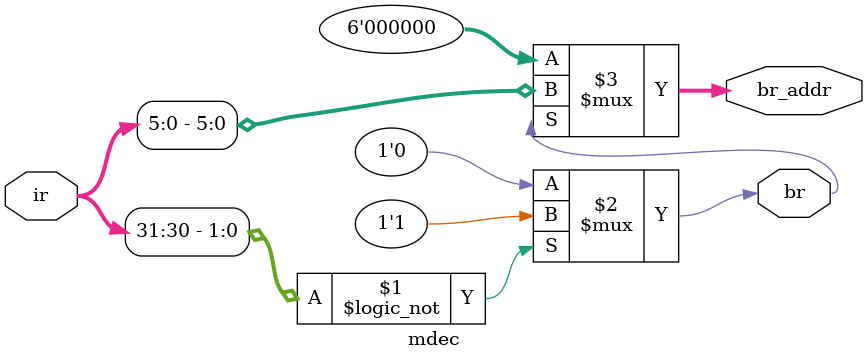
<source format=v>

module mdec(ir, br, br_addr);
    parameter INSTR_WIDTH = 32;
    parameter ADDR_WIDTH = 6;
    //parameter CTRL_WIDTH = 15;
    
    input [INSTR_WIDTH-1:0]ir;
    output br;
    output [ADDR_WIDTH-1:0] br_addr;
    //output [CTRL_WIDTH-1:0] ctrl;
    
    assign br = (ir[INSTR_WIDTH-1:INSTR_WIDTH-2]==2'b00) ? 1'b1 : 1'b0;
    assign br_addr = br ? ir[ADDR_WIDTH-1:0] : 6'b000000; 
    //assign ctrl = ir[CTRL_WIDTH+ADDR_WIDTH-1:ADDR_WIDTH];
endmodule
</source>
